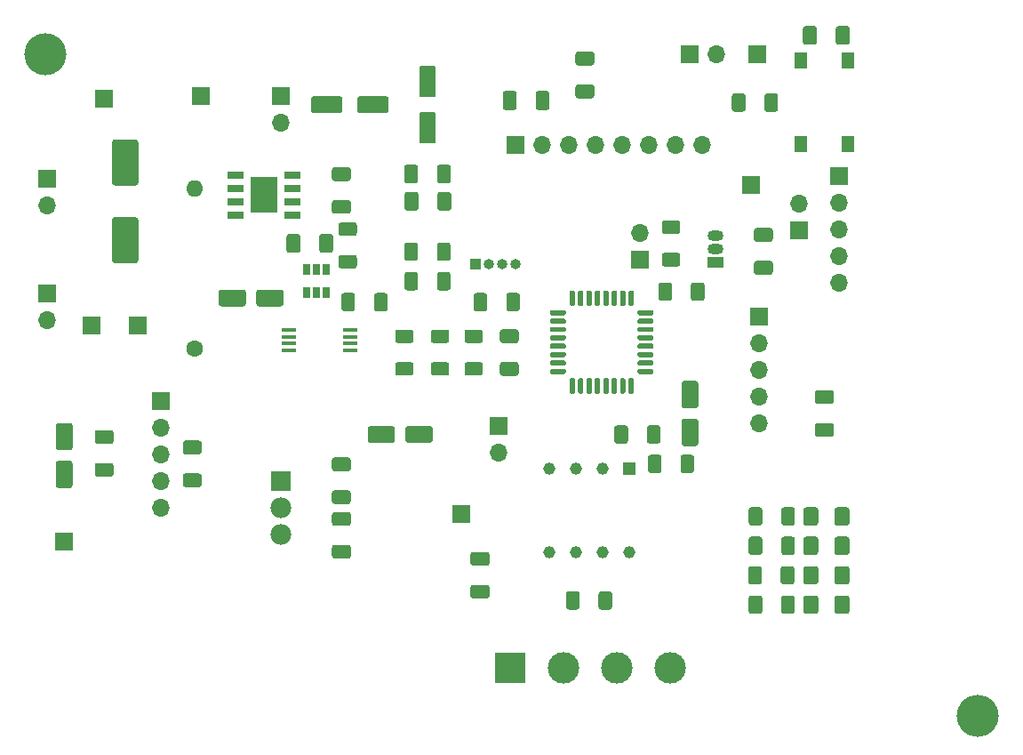
<source format=gts>
%TF.GenerationSoftware,KiCad,Pcbnew,(5.1.12)-1*%
%TF.CreationDate,2022-08-06T16:21:54+02:00*%
%TF.ProjectId,PrototypV1_rx,50726f74-6f74-4797-9056-315f72782e6b,rev?*%
%TF.SameCoordinates,Original*%
%TF.FileFunction,Soldermask,Top*%
%TF.FilePolarity,Negative*%
%FSLAX46Y46*%
G04 Gerber Fmt 4.6, Leading zero omitted, Abs format (unit mm)*
G04 Created by KiCad (PCBNEW (5.1.12)-1) date 2022-08-06 16:21:54*
%MOMM*%
%LPD*%
G01*
G04 APERTURE LIST*
%ADD10C,4.000000*%
%ADD11O,4.000000X4.000000*%
%ADD12R,1.700000X1.700000*%
%ADD13O,1.700000X1.700000*%
%ADD14R,1.300000X1.550000*%
%ADD15R,0.650000X1.060000*%
%ADD16R,1.475000X0.450000*%
%ADD17R,1.500000X1.050000*%
%ADD18O,1.500000X1.050000*%
%ADD19O,1.600000X1.600000*%
%ADD20C,1.600000*%
%ADD21R,2.513000X3.402000*%
%ADD22R,1.525000X0.700000*%
%ADD23C,3.000000*%
%ADD24R,3.000000X3.000000*%
%ADD25O,1.000000X1.000000*%
%ADD26R,1.000000X1.000000*%
%ADD27C,1.980000*%
%ADD28R,1.980000X1.980000*%
%ADD29C,1.160000*%
%ADD30R,1.160000X1.160000*%
G04 APERTURE END LIST*
G36*
G01*
X30949998Y-128900000D02*
X32250002Y-128900000D01*
G75*
G02*
X32500000Y-129149998I0J-249998D01*
G01*
X32500000Y-129975002D01*
G75*
G02*
X32250002Y-130225000I-249998J0D01*
G01*
X30949998Y-130225000D01*
G75*
G02*
X30700000Y-129975002I0J249998D01*
G01*
X30700000Y-129149998D01*
G75*
G02*
X30949998Y-128900000I249998J0D01*
G01*
G37*
G36*
G01*
X30949998Y-125775000D02*
X32250002Y-125775000D01*
G75*
G02*
X32500000Y-126024998I0J-249998D01*
G01*
X32500000Y-126850002D01*
G75*
G02*
X32250002Y-127100000I-249998J0D01*
G01*
X30949998Y-127100000D01*
G75*
G02*
X30700000Y-126850002I0J249998D01*
G01*
X30700000Y-126024998D01*
G75*
G02*
X30949998Y-125775000I249998J0D01*
G01*
G37*
G36*
G01*
X22549998Y-127900000D02*
X23850002Y-127900000D01*
G75*
G02*
X24100000Y-128149998I0J-249998D01*
G01*
X24100000Y-128975002D01*
G75*
G02*
X23850002Y-129225000I-249998J0D01*
G01*
X22549998Y-129225000D01*
G75*
G02*
X22300000Y-128975002I0J249998D01*
G01*
X22300000Y-128149998D01*
G75*
G02*
X22549998Y-127900000I249998J0D01*
G01*
G37*
G36*
G01*
X22549998Y-124775000D02*
X23850002Y-124775000D01*
G75*
G02*
X24100000Y-125024998I0J-249998D01*
G01*
X24100000Y-125850002D01*
G75*
G02*
X23850002Y-126100000I-249998J0D01*
G01*
X22549998Y-126100000D01*
G75*
G02*
X22300000Y-125850002I0J249998D01*
G01*
X22300000Y-125024998D01*
G75*
G02*
X22549998Y-124775000I249998J0D01*
G01*
G37*
D10*
X17600000Y-89000000D03*
D11*
X106400000Y-152000000D03*
D12*
X32400000Y-93000000D03*
X85400000Y-89000000D03*
X57200000Y-132800000D03*
D13*
X60800000Y-126940000D03*
D12*
X60800000Y-124400000D03*
D13*
X89400000Y-103260000D03*
D12*
X89400000Y-105800000D03*
D13*
X81540000Y-89000000D03*
D12*
X79000000Y-89000000D03*
D13*
X40000000Y-95540000D03*
D12*
X40000000Y-93000000D03*
X23200000Y-93200000D03*
X26400000Y-114800000D03*
X22000000Y-114800000D03*
X84800000Y-101400000D03*
X19400000Y-135400000D03*
D14*
X89550000Y-97575000D03*
X94050000Y-97575000D03*
X94050000Y-89625000D03*
X89550000Y-89625000D03*
G36*
G01*
X87700000Y-142025001D02*
X87700000Y-140774999D01*
G75*
G02*
X87949999Y-140525000I249999J0D01*
G01*
X88750001Y-140525000D01*
G75*
G02*
X89000000Y-140774999I0J-249999D01*
G01*
X89000000Y-142025001D01*
G75*
G02*
X88750001Y-142275000I-249999J0D01*
G01*
X87949999Y-142275000D01*
G75*
G02*
X87700000Y-142025001I0J249999D01*
G01*
G37*
G36*
G01*
X84600000Y-142025001D02*
X84600000Y-140774999D01*
G75*
G02*
X84849999Y-140525000I249999J0D01*
G01*
X85650001Y-140525000D01*
G75*
G02*
X85900000Y-140774999I0J-249999D01*
G01*
X85900000Y-142025001D01*
G75*
G02*
X85650001Y-142275000I-249999J0D01*
G01*
X84849999Y-142275000D01*
G75*
G02*
X84600000Y-142025001I0J249999D01*
G01*
G37*
G36*
G01*
X87650000Y-139225001D02*
X87650000Y-137974999D01*
G75*
G02*
X87899999Y-137725000I249999J0D01*
G01*
X88700001Y-137725000D01*
G75*
G02*
X88950000Y-137974999I0J-249999D01*
G01*
X88950000Y-139225001D01*
G75*
G02*
X88700001Y-139475000I-249999J0D01*
G01*
X87899999Y-139475000D01*
G75*
G02*
X87650000Y-139225001I0J249999D01*
G01*
G37*
G36*
G01*
X84550000Y-139225001D02*
X84550000Y-137974999D01*
G75*
G02*
X84799999Y-137725000I249999J0D01*
G01*
X85600001Y-137725000D01*
G75*
G02*
X85850000Y-137974999I0J-249999D01*
G01*
X85850000Y-139225001D01*
G75*
G02*
X85600001Y-139475000I-249999J0D01*
G01*
X84799999Y-139475000D01*
G75*
G02*
X84550000Y-139225001I0J249999D01*
G01*
G37*
G36*
G01*
X87700000Y-136425001D02*
X87700000Y-135174999D01*
G75*
G02*
X87949999Y-134925000I249999J0D01*
G01*
X88750001Y-134925000D01*
G75*
G02*
X89000000Y-135174999I0J-249999D01*
G01*
X89000000Y-136425001D01*
G75*
G02*
X88750001Y-136675000I-249999J0D01*
G01*
X87949999Y-136675000D01*
G75*
G02*
X87700000Y-136425001I0J249999D01*
G01*
G37*
G36*
G01*
X84600000Y-136425001D02*
X84600000Y-135174999D01*
G75*
G02*
X84849999Y-134925000I249999J0D01*
G01*
X85650001Y-134925000D01*
G75*
G02*
X85900000Y-135174999I0J-249999D01*
G01*
X85900000Y-136425001D01*
G75*
G02*
X85650001Y-136675000I-249999J0D01*
G01*
X84849999Y-136675000D01*
G75*
G02*
X84600000Y-136425001I0J249999D01*
G01*
G37*
G36*
G01*
X87700000Y-133625001D02*
X87700000Y-132374999D01*
G75*
G02*
X87949999Y-132125000I249999J0D01*
G01*
X88750001Y-132125000D01*
G75*
G02*
X89000000Y-132374999I0J-249999D01*
G01*
X89000000Y-133625001D01*
G75*
G02*
X88750001Y-133875000I-249999J0D01*
G01*
X87949999Y-133875000D01*
G75*
G02*
X87700000Y-133625001I0J249999D01*
G01*
G37*
G36*
G01*
X84600000Y-133625001D02*
X84600000Y-132374999D01*
G75*
G02*
X84849999Y-132125000I249999J0D01*
G01*
X85650001Y-132125000D01*
G75*
G02*
X85900000Y-132374999I0J-249999D01*
G01*
X85900000Y-133625001D01*
G75*
G02*
X85650001Y-133875000I-249999J0D01*
G01*
X84849999Y-133875000D01*
G75*
G02*
X84600000Y-133625001I0J249999D01*
G01*
G37*
G36*
G01*
X84300000Y-92974999D02*
X84300000Y-94225001D01*
G75*
G02*
X84050001Y-94475000I-249999J0D01*
G01*
X83249999Y-94475000D01*
G75*
G02*
X83000000Y-94225001I0J249999D01*
G01*
X83000000Y-92974999D01*
G75*
G02*
X83249999Y-92725000I249999J0D01*
G01*
X84050001Y-92725000D01*
G75*
G02*
X84300000Y-92974999I0J-249999D01*
G01*
G37*
G36*
G01*
X87400000Y-92974999D02*
X87400000Y-94225001D01*
G75*
G02*
X87150001Y-94475000I-249999J0D01*
G01*
X86349999Y-94475000D01*
G75*
G02*
X86100000Y-94225001I0J249999D01*
G01*
X86100000Y-92974999D01*
G75*
G02*
X86349999Y-92725000I249999J0D01*
G01*
X87150001Y-92725000D01*
G75*
G02*
X87400000Y-92974999I0J-249999D01*
G01*
G37*
G36*
G01*
X91225000Y-140775000D02*
X91225000Y-142025000D01*
G75*
G02*
X90975000Y-142275000I-250000J0D01*
G01*
X90050000Y-142275000D01*
G75*
G02*
X89800000Y-142025000I0J250000D01*
G01*
X89800000Y-140775000D01*
G75*
G02*
X90050000Y-140525000I250000J0D01*
G01*
X90975000Y-140525000D01*
G75*
G02*
X91225000Y-140775000I0J-250000D01*
G01*
G37*
G36*
G01*
X94200000Y-140775000D02*
X94200000Y-142025000D01*
G75*
G02*
X93950000Y-142275000I-250000J0D01*
G01*
X93025000Y-142275000D01*
G75*
G02*
X92775000Y-142025000I0J250000D01*
G01*
X92775000Y-140775000D01*
G75*
G02*
X93025000Y-140525000I250000J0D01*
G01*
X93950000Y-140525000D01*
G75*
G02*
X94200000Y-140775000I0J-250000D01*
G01*
G37*
G36*
G01*
X91225000Y-137975000D02*
X91225000Y-139225000D01*
G75*
G02*
X90975000Y-139475000I-250000J0D01*
G01*
X90050000Y-139475000D01*
G75*
G02*
X89800000Y-139225000I0J250000D01*
G01*
X89800000Y-137975000D01*
G75*
G02*
X90050000Y-137725000I250000J0D01*
G01*
X90975000Y-137725000D01*
G75*
G02*
X91225000Y-137975000I0J-250000D01*
G01*
G37*
G36*
G01*
X94200000Y-137975000D02*
X94200000Y-139225000D01*
G75*
G02*
X93950000Y-139475000I-250000J0D01*
G01*
X93025000Y-139475000D01*
G75*
G02*
X92775000Y-139225000I0J250000D01*
G01*
X92775000Y-137975000D01*
G75*
G02*
X93025000Y-137725000I250000J0D01*
G01*
X93950000Y-137725000D01*
G75*
G02*
X94200000Y-137975000I0J-250000D01*
G01*
G37*
G36*
G01*
X91225000Y-135175000D02*
X91225000Y-136425000D01*
G75*
G02*
X90975000Y-136675000I-250000J0D01*
G01*
X90050000Y-136675000D01*
G75*
G02*
X89800000Y-136425000I0J250000D01*
G01*
X89800000Y-135175000D01*
G75*
G02*
X90050000Y-134925000I250000J0D01*
G01*
X90975000Y-134925000D01*
G75*
G02*
X91225000Y-135175000I0J-250000D01*
G01*
G37*
G36*
G01*
X94200000Y-135175000D02*
X94200000Y-136425000D01*
G75*
G02*
X93950000Y-136675000I-250000J0D01*
G01*
X93025000Y-136675000D01*
G75*
G02*
X92775000Y-136425000I0J250000D01*
G01*
X92775000Y-135175000D01*
G75*
G02*
X93025000Y-134925000I250000J0D01*
G01*
X93950000Y-134925000D01*
G75*
G02*
X94200000Y-135175000I0J-250000D01*
G01*
G37*
G36*
G01*
X91225000Y-132375000D02*
X91225000Y-133625000D01*
G75*
G02*
X90975000Y-133875000I-250000J0D01*
G01*
X90050000Y-133875000D01*
G75*
G02*
X89800000Y-133625000I0J250000D01*
G01*
X89800000Y-132375000D01*
G75*
G02*
X90050000Y-132125000I250000J0D01*
G01*
X90975000Y-132125000D01*
G75*
G02*
X91225000Y-132375000I0J-250000D01*
G01*
G37*
G36*
G01*
X94200000Y-132375000D02*
X94200000Y-133625000D01*
G75*
G02*
X93950000Y-133875000I-250000J0D01*
G01*
X93025000Y-133875000D01*
G75*
G02*
X92775000Y-133625000I0J250000D01*
G01*
X92775000Y-132375000D01*
G75*
G02*
X93025000Y-132125000I250000J0D01*
G01*
X93950000Y-132125000D01*
G75*
G02*
X94200000Y-132375000I0J-250000D01*
G01*
G37*
G36*
G01*
X91100000Y-86549998D02*
X91100000Y-87850002D01*
G75*
G02*
X90850002Y-88100000I-249998J0D01*
G01*
X90024998Y-88100000D01*
G75*
G02*
X89775000Y-87850002I0J249998D01*
G01*
X89775000Y-86549998D01*
G75*
G02*
X90024998Y-86300000I249998J0D01*
G01*
X90850002Y-86300000D01*
G75*
G02*
X91100000Y-86549998I0J-249998D01*
G01*
G37*
G36*
G01*
X94225000Y-86549998D02*
X94225000Y-87850002D01*
G75*
G02*
X93975002Y-88100000I-249998J0D01*
G01*
X93149998Y-88100000D01*
G75*
G02*
X92900000Y-87850002I0J249998D01*
G01*
X92900000Y-86549998D01*
G75*
G02*
X93149998Y-86300000I249998J0D01*
G01*
X93975002Y-86300000D01*
G75*
G02*
X94225000Y-86549998I0J-249998D01*
G01*
G37*
G36*
G01*
X57774999Y-118300000D02*
X59025001Y-118300000D01*
G75*
G02*
X59275000Y-118549999I0J-249999D01*
G01*
X59275000Y-119350001D01*
G75*
G02*
X59025001Y-119600000I-249999J0D01*
G01*
X57774999Y-119600000D01*
G75*
G02*
X57525000Y-119350001I0J249999D01*
G01*
X57525000Y-118549999D01*
G75*
G02*
X57774999Y-118300000I249999J0D01*
G01*
G37*
G36*
G01*
X57774999Y-115200000D02*
X59025001Y-115200000D01*
G75*
G02*
X59275000Y-115449999I0J-249999D01*
G01*
X59275000Y-116250001D01*
G75*
G02*
X59025001Y-116500000I-249999J0D01*
G01*
X57774999Y-116500000D01*
G75*
G02*
X57525000Y-116250001I0J249999D01*
G01*
X57525000Y-115449999D01*
G75*
G02*
X57774999Y-115200000I249999J0D01*
G01*
G37*
G36*
G01*
X51174999Y-118300000D02*
X52425001Y-118300000D01*
G75*
G02*
X52675000Y-118549999I0J-249999D01*
G01*
X52675000Y-119350001D01*
G75*
G02*
X52425001Y-119600000I-249999J0D01*
G01*
X51174999Y-119600000D01*
G75*
G02*
X50925000Y-119350001I0J249999D01*
G01*
X50925000Y-118549999D01*
G75*
G02*
X51174999Y-118300000I249999J0D01*
G01*
G37*
G36*
G01*
X51174999Y-115200000D02*
X52425001Y-115200000D01*
G75*
G02*
X52675000Y-115449999I0J-249999D01*
G01*
X52675000Y-116250001D01*
G75*
G02*
X52425001Y-116500000I-249999J0D01*
G01*
X51174999Y-116500000D01*
G75*
G02*
X50925000Y-116250001I0J249999D01*
G01*
X50925000Y-115449999D01*
G75*
G02*
X51174999Y-115200000I249999J0D01*
G01*
G37*
G36*
G01*
X54574999Y-118300000D02*
X55825001Y-118300000D01*
G75*
G02*
X56075000Y-118549999I0J-249999D01*
G01*
X56075000Y-119350001D01*
G75*
G02*
X55825001Y-119600000I-249999J0D01*
G01*
X54574999Y-119600000D01*
G75*
G02*
X54325000Y-119350001I0J249999D01*
G01*
X54325000Y-118549999D01*
G75*
G02*
X54574999Y-118300000I249999J0D01*
G01*
G37*
G36*
G01*
X54574999Y-115200000D02*
X55825001Y-115200000D01*
G75*
G02*
X56075000Y-115449999I0J-249999D01*
G01*
X56075000Y-116250001D01*
G75*
G02*
X55825001Y-116500000I-249999J0D01*
G01*
X54574999Y-116500000D01*
G75*
G02*
X54325000Y-116250001I0J249999D01*
G01*
X54325000Y-115449999D01*
G75*
G02*
X54574999Y-115200000I249999J0D01*
G01*
G37*
G36*
G01*
X59700000Y-111974999D02*
X59700000Y-113225001D01*
G75*
G02*
X59450001Y-113475000I-249999J0D01*
G01*
X58649999Y-113475000D01*
G75*
G02*
X58400000Y-113225001I0J249999D01*
G01*
X58400000Y-111974999D01*
G75*
G02*
X58649999Y-111725000I249999J0D01*
G01*
X59450001Y-111725000D01*
G75*
G02*
X59700000Y-111974999I0J-249999D01*
G01*
G37*
G36*
G01*
X62800000Y-111974999D02*
X62800000Y-113225001D01*
G75*
G02*
X62550001Y-113475000I-249999J0D01*
G01*
X61749999Y-113475000D01*
G75*
G02*
X61500000Y-113225001I0J249999D01*
G01*
X61500000Y-111974999D01*
G75*
G02*
X61749999Y-111725000I249999J0D01*
G01*
X62550001Y-111725000D01*
G75*
G02*
X62800000Y-111974999I0J-249999D01*
G01*
G37*
D13*
X74200000Y-106000000D03*
D12*
X74200000Y-108540000D03*
G36*
G01*
X18850000Y-127700000D02*
X19950000Y-127700000D01*
G75*
G02*
X20200000Y-127950000I0J-250000D01*
G01*
X20200000Y-130050000D01*
G75*
G02*
X19950000Y-130300000I-250000J0D01*
G01*
X18850000Y-130300000D01*
G75*
G02*
X18600000Y-130050000I0J250000D01*
G01*
X18600000Y-127950000D01*
G75*
G02*
X18850000Y-127700000I250000J0D01*
G01*
G37*
G36*
G01*
X18850000Y-124100000D02*
X19950000Y-124100000D01*
G75*
G02*
X20200000Y-124350000I0J-250000D01*
G01*
X20200000Y-126450000D01*
G75*
G02*
X19950000Y-126700000I-250000J0D01*
G01*
X18850000Y-126700000D01*
G75*
G02*
X18600000Y-126450000I0J250000D01*
G01*
X18600000Y-124350000D01*
G75*
G02*
X18850000Y-124100000I250000J0D01*
G01*
G37*
G36*
G01*
X48900000Y-113225001D02*
X48900000Y-111974999D01*
G75*
G02*
X49149999Y-111725000I249999J0D01*
G01*
X49950001Y-111725000D01*
G75*
G02*
X50200000Y-111974999I0J-249999D01*
G01*
X50200000Y-113225001D01*
G75*
G02*
X49950001Y-113475000I-249999J0D01*
G01*
X49149999Y-113475000D01*
G75*
G02*
X48900000Y-113225001I0J249999D01*
G01*
G37*
G36*
G01*
X45800000Y-113225001D02*
X45800000Y-111974999D01*
G75*
G02*
X46049999Y-111725000I249999J0D01*
G01*
X46850001Y-111725000D01*
G75*
G02*
X47100000Y-111974999I0J-249999D01*
G01*
X47100000Y-113225001D01*
G75*
G02*
X46850001Y-113475000I-249999J0D01*
G01*
X46049999Y-113475000D01*
G75*
G02*
X45800000Y-113225001I0J249999D01*
G01*
G37*
G36*
G01*
X47025001Y-106300000D02*
X45774999Y-106300000D01*
G75*
G02*
X45525000Y-106050001I0J249999D01*
G01*
X45525000Y-105249999D01*
G75*
G02*
X45774999Y-105000000I249999J0D01*
G01*
X47025001Y-105000000D01*
G75*
G02*
X47275000Y-105249999I0J-249999D01*
G01*
X47275000Y-106050001D01*
G75*
G02*
X47025001Y-106300000I-249999J0D01*
G01*
G37*
G36*
G01*
X47025001Y-109400000D02*
X45774999Y-109400000D01*
G75*
G02*
X45525000Y-109150001I0J249999D01*
G01*
X45525000Y-108349999D01*
G75*
G02*
X45774999Y-108100000I249999J0D01*
G01*
X47025001Y-108100000D01*
G75*
G02*
X47275000Y-108349999I0J-249999D01*
G01*
X47275000Y-109150001D01*
G75*
G02*
X47025001Y-109400000I-249999J0D01*
G01*
G37*
D13*
X17800000Y-114340000D03*
D12*
X17800000Y-111800000D03*
D15*
X43400000Y-109500000D03*
X42450000Y-109500000D03*
X44350000Y-109500000D03*
X44350000Y-111700000D03*
X43400000Y-111700000D03*
X42450000Y-111700000D03*
D16*
X46633000Y-115240000D03*
X46633000Y-115890000D03*
X46633000Y-116540000D03*
X46633000Y-117190000D03*
X40757000Y-117190000D03*
X40757000Y-116540000D03*
X40757000Y-115890000D03*
X40757000Y-115240000D03*
G36*
G01*
X37700000Y-112750000D02*
X37700000Y-111650000D01*
G75*
G02*
X37950000Y-111400000I250000J0D01*
G01*
X40050000Y-111400000D01*
G75*
G02*
X40300000Y-111650000I0J-250000D01*
G01*
X40300000Y-112750000D01*
G75*
G02*
X40050000Y-113000000I-250000J0D01*
G01*
X37950000Y-113000000D01*
G75*
G02*
X37700000Y-112750000I0J250000D01*
G01*
G37*
G36*
G01*
X34100000Y-112750000D02*
X34100000Y-111650000D01*
G75*
G02*
X34350000Y-111400000I250000J0D01*
G01*
X36450000Y-111400000D01*
G75*
G02*
X36700000Y-111650000I0J-250000D01*
G01*
X36700000Y-112750000D01*
G75*
G02*
X36450000Y-113000000I-250000J0D01*
G01*
X34350000Y-113000000D01*
G75*
G02*
X34100000Y-112750000I0J250000D01*
G01*
G37*
G36*
G01*
X43700000Y-107650002D02*
X43700000Y-106349998D01*
G75*
G02*
X43949998Y-106100000I249998J0D01*
G01*
X44775002Y-106100000D01*
G75*
G02*
X45025000Y-106349998I0J-249998D01*
G01*
X45025000Y-107650002D01*
G75*
G02*
X44775002Y-107900000I-249998J0D01*
G01*
X43949998Y-107900000D01*
G75*
G02*
X43700000Y-107650002I0J249998D01*
G01*
G37*
G36*
G01*
X40575000Y-107650002D02*
X40575000Y-106349998D01*
G75*
G02*
X40824998Y-106100000I249998J0D01*
G01*
X41650002Y-106100000D01*
G75*
G02*
X41900000Y-106349998I0J-249998D01*
G01*
X41900000Y-107650002D01*
G75*
G02*
X41650002Y-107900000I-249998J0D01*
G01*
X40824998Y-107900000D01*
G75*
G02*
X40575000Y-107650002I0J249998D01*
G01*
G37*
D17*
X81400000Y-108800000D03*
D18*
X81400000Y-106260000D03*
X81400000Y-107530000D03*
G36*
G01*
X77825001Y-106100000D02*
X76574999Y-106100000D01*
G75*
G02*
X76325000Y-105850001I0J249999D01*
G01*
X76325000Y-105049999D01*
G75*
G02*
X76574999Y-104800000I249999J0D01*
G01*
X77825001Y-104800000D01*
G75*
G02*
X78075000Y-105049999I0J-249999D01*
G01*
X78075000Y-105850001D01*
G75*
G02*
X77825001Y-106100000I-249999J0D01*
G01*
G37*
G36*
G01*
X77825001Y-109200000D02*
X76574999Y-109200000D01*
G75*
G02*
X76325000Y-108950001I0J249999D01*
G01*
X76325000Y-108149999D01*
G75*
G02*
X76574999Y-107900000I249999J0D01*
G01*
X77825001Y-107900000D01*
G75*
G02*
X78075000Y-108149999I0J-249999D01*
G01*
X78075000Y-108950001D01*
G75*
G02*
X77825001Y-109200000I-249999J0D01*
G01*
G37*
G36*
G01*
X79100000Y-112225001D02*
X79100000Y-110974999D01*
G75*
G02*
X79349999Y-110725000I249999J0D01*
G01*
X80150001Y-110725000D01*
G75*
G02*
X80400000Y-110974999I0J-249999D01*
G01*
X80400000Y-112225001D01*
G75*
G02*
X80150001Y-112475000I-249999J0D01*
G01*
X79349999Y-112475000D01*
G75*
G02*
X79100000Y-112225001I0J249999D01*
G01*
G37*
G36*
G01*
X76000000Y-112225001D02*
X76000000Y-110974999D01*
G75*
G02*
X76249999Y-110725000I249999J0D01*
G01*
X77050001Y-110725000D01*
G75*
G02*
X77300000Y-110974999I0J-249999D01*
G01*
X77300000Y-112225001D01*
G75*
G02*
X77050001Y-112475000I-249999J0D01*
G01*
X76249999Y-112475000D01*
G75*
G02*
X76000000Y-112225001I0J249999D01*
G01*
G37*
G36*
G01*
X53100000Y-107174999D02*
X53100000Y-108425001D01*
G75*
G02*
X52850001Y-108675000I-249999J0D01*
G01*
X52049999Y-108675000D01*
G75*
G02*
X51800000Y-108425001I0J249999D01*
G01*
X51800000Y-107174999D01*
G75*
G02*
X52049999Y-106925000I249999J0D01*
G01*
X52850001Y-106925000D01*
G75*
G02*
X53100000Y-107174999I0J-249999D01*
G01*
G37*
G36*
G01*
X56200000Y-107174999D02*
X56200000Y-108425001D01*
G75*
G02*
X55950001Y-108675000I-249999J0D01*
G01*
X55149999Y-108675000D01*
G75*
G02*
X54900000Y-108425001I0J249999D01*
G01*
X54900000Y-107174999D01*
G75*
G02*
X55149999Y-106925000I249999J0D01*
G01*
X55950001Y-106925000D01*
G75*
G02*
X56200000Y-107174999I0J-249999D01*
G01*
G37*
G36*
G01*
X53100000Y-109974999D02*
X53100000Y-111225001D01*
G75*
G02*
X52850001Y-111475000I-249999J0D01*
G01*
X52049999Y-111475000D01*
G75*
G02*
X51800000Y-111225001I0J249999D01*
G01*
X51800000Y-109974999D01*
G75*
G02*
X52049999Y-109725000I249999J0D01*
G01*
X52850001Y-109725000D01*
G75*
G02*
X53100000Y-109974999I0J-249999D01*
G01*
G37*
G36*
G01*
X56200000Y-109974999D02*
X56200000Y-111225001D01*
G75*
G02*
X55950001Y-111475000I-249999J0D01*
G01*
X55149999Y-111475000D01*
G75*
G02*
X54900000Y-111225001I0J249999D01*
G01*
X54900000Y-109974999D01*
G75*
G02*
X55149999Y-109725000I249999J0D01*
G01*
X55950001Y-109725000D01*
G75*
G02*
X56200000Y-109974999I0J-249999D01*
G01*
G37*
D19*
X31800000Y-101760000D03*
D20*
X31800000Y-117000000D03*
G36*
G01*
X68500000Y-140374999D02*
X68500000Y-141625001D01*
G75*
G02*
X68250001Y-141875000I-249999J0D01*
G01*
X67449999Y-141875000D01*
G75*
G02*
X67200000Y-141625001I0J249999D01*
G01*
X67200000Y-140374999D01*
G75*
G02*
X67449999Y-140125000I249999J0D01*
G01*
X68250001Y-140125000D01*
G75*
G02*
X68500000Y-140374999I0J-249999D01*
G01*
G37*
G36*
G01*
X71600000Y-140374999D02*
X71600000Y-141625001D01*
G75*
G02*
X71350001Y-141875000I-249999J0D01*
G01*
X70549999Y-141875000D01*
G75*
G02*
X70300000Y-141625001I0J249999D01*
G01*
X70300000Y-140374999D01*
G75*
G02*
X70549999Y-140125000I249999J0D01*
G01*
X71350001Y-140125000D01*
G75*
G02*
X71600000Y-140374999I0J-249999D01*
G01*
G37*
G36*
G01*
X74900000Y-125825001D02*
X74900000Y-124574999D01*
G75*
G02*
X75149999Y-124325000I249999J0D01*
G01*
X75950001Y-124325000D01*
G75*
G02*
X76200000Y-124574999I0J-249999D01*
G01*
X76200000Y-125825001D01*
G75*
G02*
X75950001Y-126075000I-249999J0D01*
G01*
X75149999Y-126075000D01*
G75*
G02*
X74900000Y-125825001I0J249999D01*
G01*
G37*
G36*
G01*
X71800000Y-125825001D02*
X71800000Y-124574999D01*
G75*
G02*
X72049999Y-124325000I249999J0D01*
G01*
X72850001Y-124325000D01*
G75*
G02*
X73100000Y-124574999I0J-249999D01*
G01*
X73100000Y-125825001D01*
G75*
G02*
X72850001Y-126075000I-249999J0D01*
G01*
X72049999Y-126075000D01*
G75*
G02*
X71800000Y-125825001I0J249999D01*
G01*
G37*
G36*
G01*
X78100000Y-128625001D02*
X78100000Y-127374999D01*
G75*
G02*
X78349999Y-127125000I249999J0D01*
G01*
X79150001Y-127125000D01*
G75*
G02*
X79400000Y-127374999I0J-249999D01*
G01*
X79400000Y-128625001D01*
G75*
G02*
X79150001Y-128875000I-249999J0D01*
G01*
X78349999Y-128875000D01*
G75*
G02*
X78100000Y-128625001I0J249999D01*
G01*
G37*
G36*
G01*
X75000000Y-128625001D02*
X75000000Y-127374999D01*
G75*
G02*
X75249999Y-127125000I249999J0D01*
G01*
X76050001Y-127125000D01*
G75*
G02*
X76300000Y-127374999I0J-249999D01*
G01*
X76300000Y-128625001D01*
G75*
G02*
X76050001Y-128875000I-249999J0D01*
G01*
X75249999Y-128875000D01*
G75*
G02*
X75000000Y-128625001I0J249999D01*
G01*
G37*
D13*
X17800000Y-103400000D03*
D12*
X17800000Y-100860000D03*
D21*
X38400000Y-102400000D03*
D22*
X41112000Y-100495000D03*
X41112000Y-101765000D03*
X41112000Y-103035000D03*
X41112000Y-104305000D03*
X35688000Y-104305000D03*
X35688000Y-103035000D03*
X35688000Y-101765000D03*
X35688000Y-100495000D03*
D13*
X85600000Y-124160000D03*
X85600000Y-121620000D03*
X85600000Y-119080000D03*
X85600000Y-116540000D03*
D12*
X85600000Y-114000000D03*
D13*
X28600000Y-132160000D03*
X28600000Y-129620000D03*
X28600000Y-127080000D03*
X28600000Y-124540000D03*
D12*
X28600000Y-122000000D03*
D23*
X77080000Y-147400000D03*
D24*
X61840000Y-147400000D03*
D23*
X72000000Y-147400000D03*
X66920000Y-147400000D03*
D13*
X93200000Y-110760000D03*
X93200000Y-108220000D03*
X93200000Y-105680000D03*
X93200000Y-103140000D03*
D12*
X93200000Y-100600000D03*
D25*
X62410000Y-109000000D03*
X61140000Y-109000000D03*
X59870000Y-109000000D03*
D26*
X58600000Y-109000000D03*
D13*
X80180000Y-97600000D03*
X77640000Y-97600000D03*
X75100000Y-97600000D03*
X72560000Y-97600000D03*
X70020000Y-97600000D03*
X67480000Y-97600000D03*
X64940000Y-97600000D03*
D12*
X62400000Y-97600000D03*
G36*
G01*
X67550000Y-112850000D02*
X67550000Y-111600000D01*
G75*
G02*
X67675000Y-111475000I125000J0D01*
G01*
X67925000Y-111475000D01*
G75*
G02*
X68050000Y-111600000I0J-125000D01*
G01*
X68050000Y-112850000D01*
G75*
G02*
X67925000Y-112975000I-125000J0D01*
G01*
X67675000Y-112975000D01*
G75*
G02*
X67550000Y-112850000I0J125000D01*
G01*
G37*
G36*
G01*
X68350000Y-112850000D02*
X68350000Y-111600000D01*
G75*
G02*
X68475000Y-111475000I125000J0D01*
G01*
X68725000Y-111475000D01*
G75*
G02*
X68850000Y-111600000I0J-125000D01*
G01*
X68850000Y-112850000D01*
G75*
G02*
X68725000Y-112975000I-125000J0D01*
G01*
X68475000Y-112975000D01*
G75*
G02*
X68350000Y-112850000I0J125000D01*
G01*
G37*
G36*
G01*
X69150000Y-112850000D02*
X69150000Y-111600000D01*
G75*
G02*
X69275000Y-111475000I125000J0D01*
G01*
X69525000Y-111475000D01*
G75*
G02*
X69650000Y-111600000I0J-125000D01*
G01*
X69650000Y-112850000D01*
G75*
G02*
X69525000Y-112975000I-125000J0D01*
G01*
X69275000Y-112975000D01*
G75*
G02*
X69150000Y-112850000I0J125000D01*
G01*
G37*
G36*
G01*
X69950000Y-112850000D02*
X69950000Y-111600000D01*
G75*
G02*
X70075000Y-111475000I125000J0D01*
G01*
X70325000Y-111475000D01*
G75*
G02*
X70450000Y-111600000I0J-125000D01*
G01*
X70450000Y-112850000D01*
G75*
G02*
X70325000Y-112975000I-125000J0D01*
G01*
X70075000Y-112975000D01*
G75*
G02*
X69950000Y-112850000I0J125000D01*
G01*
G37*
G36*
G01*
X70750000Y-112850000D02*
X70750000Y-111600000D01*
G75*
G02*
X70875000Y-111475000I125000J0D01*
G01*
X71125000Y-111475000D01*
G75*
G02*
X71250000Y-111600000I0J-125000D01*
G01*
X71250000Y-112850000D01*
G75*
G02*
X71125000Y-112975000I-125000J0D01*
G01*
X70875000Y-112975000D01*
G75*
G02*
X70750000Y-112850000I0J125000D01*
G01*
G37*
G36*
G01*
X71550000Y-112850000D02*
X71550000Y-111600000D01*
G75*
G02*
X71675000Y-111475000I125000J0D01*
G01*
X71925000Y-111475000D01*
G75*
G02*
X72050000Y-111600000I0J-125000D01*
G01*
X72050000Y-112850000D01*
G75*
G02*
X71925000Y-112975000I-125000J0D01*
G01*
X71675000Y-112975000D01*
G75*
G02*
X71550000Y-112850000I0J125000D01*
G01*
G37*
G36*
G01*
X72350000Y-112850000D02*
X72350000Y-111600000D01*
G75*
G02*
X72475000Y-111475000I125000J0D01*
G01*
X72725000Y-111475000D01*
G75*
G02*
X72850000Y-111600000I0J-125000D01*
G01*
X72850000Y-112850000D01*
G75*
G02*
X72725000Y-112975000I-125000J0D01*
G01*
X72475000Y-112975000D01*
G75*
G02*
X72350000Y-112850000I0J125000D01*
G01*
G37*
G36*
G01*
X73150000Y-112850000D02*
X73150000Y-111600000D01*
G75*
G02*
X73275000Y-111475000I125000J0D01*
G01*
X73525000Y-111475000D01*
G75*
G02*
X73650000Y-111600000I0J-125000D01*
G01*
X73650000Y-112850000D01*
G75*
G02*
X73525000Y-112975000I-125000J0D01*
G01*
X73275000Y-112975000D01*
G75*
G02*
X73150000Y-112850000I0J125000D01*
G01*
G37*
G36*
G01*
X74025000Y-113725000D02*
X74025000Y-113475000D01*
G75*
G02*
X74150000Y-113350000I125000J0D01*
G01*
X75400000Y-113350000D01*
G75*
G02*
X75525000Y-113475000I0J-125000D01*
G01*
X75525000Y-113725000D01*
G75*
G02*
X75400000Y-113850000I-125000J0D01*
G01*
X74150000Y-113850000D01*
G75*
G02*
X74025000Y-113725000I0J125000D01*
G01*
G37*
G36*
G01*
X74025000Y-114525000D02*
X74025000Y-114275000D01*
G75*
G02*
X74150000Y-114150000I125000J0D01*
G01*
X75400000Y-114150000D01*
G75*
G02*
X75525000Y-114275000I0J-125000D01*
G01*
X75525000Y-114525000D01*
G75*
G02*
X75400000Y-114650000I-125000J0D01*
G01*
X74150000Y-114650000D01*
G75*
G02*
X74025000Y-114525000I0J125000D01*
G01*
G37*
G36*
G01*
X74025000Y-115325000D02*
X74025000Y-115075000D01*
G75*
G02*
X74150000Y-114950000I125000J0D01*
G01*
X75400000Y-114950000D01*
G75*
G02*
X75525000Y-115075000I0J-125000D01*
G01*
X75525000Y-115325000D01*
G75*
G02*
X75400000Y-115450000I-125000J0D01*
G01*
X74150000Y-115450000D01*
G75*
G02*
X74025000Y-115325000I0J125000D01*
G01*
G37*
G36*
G01*
X74025000Y-116125000D02*
X74025000Y-115875000D01*
G75*
G02*
X74150000Y-115750000I125000J0D01*
G01*
X75400000Y-115750000D01*
G75*
G02*
X75525000Y-115875000I0J-125000D01*
G01*
X75525000Y-116125000D01*
G75*
G02*
X75400000Y-116250000I-125000J0D01*
G01*
X74150000Y-116250000D01*
G75*
G02*
X74025000Y-116125000I0J125000D01*
G01*
G37*
G36*
G01*
X74025000Y-116925000D02*
X74025000Y-116675000D01*
G75*
G02*
X74150000Y-116550000I125000J0D01*
G01*
X75400000Y-116550000D01*
G75*
G02*
X75525000Y-116675000I0J-125000D01*
G01*
X75525000Y-116925000D01*
G75*
G02*
X75400000Y-117050000I-125000J0D01*
G01*
X74150000Y-117050000D01*
G75*
G02*
X74025000Y-116925000I0J125000D01*
G01*
G37*
G36*
G01*
X74025000Y-117725000D02*
X74025000Y-117475000D01*
G75*
G02*
X74150000Y-117350000I125000J0D01*
G01*
X75400000Y-117350000D01*
G75*
G02*
X75525000Y-117475000I0J-125000D01*
G01*
X75525000Y-117725000D01*
G75*
G02*
X75400000Y-117850000I-125000J0D01*
G01*
X74150000Y-117850000D01*
G75*
G02*
X74025000Y-117725000I0J125000D01*
G01*
G37*
G36*
G01*
X74025000Y-118525000D02*
X74025000Y-118275000D01*
G75*
G02*
X74150000Y-118150000I125000J0D01*
G01*
X75400000Y-118150000D01*
G75*
G02*
X75525000Y-118275000I0J-125000D01*
G01*
X75525000Y-118525000D01*
G75*
G02*
X75400000Y-118650000I-125000J0D01*
G01*
X74150000Y-118650000D01*
G75*
G02*
X74025000Y-118525000I0J125000D01*
G01*
G37*
G36*
G01*
X74025000Y-119325000D02*
X74025000Y-119075000D01*
G75*
G02*
X74150000Y-118950000I125000J0D01*
G01*
X75400000Y-118950000D01*
G75*
G02*
X75525000Y-119075000I0J-125000D01*
G01*
X75525000Y-119325000D01*
G75*
G02*
X75400000Y-119450000I-125000J0D01*
G01*
X74150000Y-119450000D01*
G75*
G02*
X74025000Y-119325000I0J125000D01*
G01*
G37*
G36*
G01*
X73150000Y-121200000D02*
X73150000Y-119950000D01*
G75*
G02*
X73275000Y-119825000I125000J0D01*
G01*
X73525000Y-119825000D01*
G75*
G02*
X73650000Y-119950000I0J-125000D01*
G01*
X73650000Y-121200000D01*
G75*
G02*
X73525000Y-121325000I-125000J0D01*
G01*
X73275000Y-121325000D01*
G75*
G02*
X73150000Y-121200000I0J125000D01*
G01*
G37*
G36*
G01*
X72350000Y-121200000D02*
X72350000Y-119950000D01*
G75*
G02*
X72475000Y-119825000I125000J0D01*
G01*
X72725000Y-119825000D01*
G75*
G02*
X72850000Y-119950000I0J-125000D01*
G01*
X72850000Y-121200000D01*
G75*
G02*
X72725000Y-121325000I-125000J0D01*
G01*
X72475000Y-121325000D01*
G75*
G02*
X72350000Y-121200000I0J125000D01*
G01*
G37*
G36*
G01*
X71550000Y-121200000D02*
X71550000Y-119950000D01*
G75*
G02*
X71675000Y-119825000I125000J0D01*
G01*
X71925000Y-119825000D01*
G75*
G02*
X72050000Y-119950000I0J-125000D01*
G01*
X72050000Y-121200000D01*
G75*
G02*
X71925000Y-121325000I-125000J0D01*
G01*
X71675000Y-121325000D01*
G75*
G02*
X71550000Y-121200000I0J125000D01*
G01*
G37*
G36*
G01*
X70750000Y-121200000D02*
X70750000Y-119950000D01*
G75*
G02*
X70875000Y-119825000I125000J0D01*
G01*
X71125000Y-119825000D01*
G75*
G02*
X71250000Y-119950000I0J-125000D01*
G01*
X71250000Y-121200000D01*
G75*
G02*
X71125000Y-121325000I-125000J0D01*
G01*
X70875000Y-121325000D01*
G75*
G02*
X70750000Y-121200000I0J125000D01*
G01*
G37*
G36*
G01*
X69950000Y-121200000D02*
X69950000Y-119950000D01*
G75*
G02*
X70075000Y-119825000I125000J0D01*
G01*
X70325000Y-119825000D01*
G75*
G02*
X70450000Y-119950000I0J-125000D01*
G01*
X70450000Y-121200000D01*
G75*
G02*
X70325000Y-121325000I-125000J0D01*
G01*
X70075000Y-121325000D01*
G75*
G02*
X69950000Y-121200000I0J125000D01*
G01*
G37*
G36*
G01*
X69150000Y-121200000D02*
X69150000Y-119950000D01*
G75*
G02*
X69275000Y-119825000I125000J0D01*
G01*
X69525000Y-119825000D01*
G75*
G02*
X69650000Y-119950000I0J-125000D01*
G01*
X69650000Y-121200000D01*
G75*
G02*
X69525000Y-121325000I-125000J0D01*
G01*
X69275000Y-121325000D01*
G75*
G02*
X69150000Y-121200000I0J125000D01*
G01*
G37*
G36*
G01*
X68350000Y-121200000D02*
X68350000Y-119950000D01*
G75*
G02*
X68475000Y-119825000I125000J0D01*
G01*
X68725000Y-119825000D01*
G75*
G02*
X68850000Y-119950000I0J-125000D01*
G01*
X68850000Y-121200000D01*
G75*
G02*
X68725000Y-121325000I-125000J0D01*
G01*
X68475000Y-121325000D01*
G75*
G02*
X68350000Y-121200000I0J125000D01*
G01*
G37*
G36*
G01*
X67550000Y-121200000D02*
X67550000Y-119950000D01*
G75*
G02*
X67675000Y-119825000I125000J0D01*
G01*
X67925000Y-119825000D01*
G75*
G02*
X68050000Y-119950000I0J-125000D01*
G01*
X68050000Y-121200000D01*
G75*
G02*
X67925000Y-121325000I-125000J0D01*
G01*
X67675000Y-121325000D01*
G75*
G02*
X67550000Y-121200000I0J125000D01*
G01*
G37*
G36*
G01*
X65675000Y-119325000D02*
X65675000Y-119075000D01*
G75*
G02*
X65800000Y-118950000I125000J0D01*
G01*
X67050000Y-118950000D01*
G75*
G02*
X67175000Y-119075000I0J-125000D01*
G01*
X67175000Y-119325000D01*
G75*
G02*
X67050000Y-119450000I-125000J0D01*
G01*
X65800000Y-119450000D01*
G75*
G02*
X65675000Y-119325000I0J125000D01*
G01*
G37*
G36*
G01*
X65675000Y-118525000D02*
X65675000Y-118275000D01*
G75*
G02*
X65800000Y-118150000I125000J0D01*
G01*
X67050000Y-118150000D01*
G75*
G02*
X67175000Y-118275000I0J-125000D01*
G01*
X67175000Y-118525000D01*
G75*
G02*
X67050000Y-118650000I-125000J0D01*
G01*
X65800000Y-118650000D01*
G75*
G02*
X65675000Y-118525000I0J125000D01*
G01*
G37*
G36*
G01*
X65675000Y-117725000D02*
X65675000Y-117475000D01*
G75*
G02*
X65800000Y-117350000I125000J0D01*
G01*
X67050000Y-117350000D01*
G75*
G02*
X67175000Y-117475000I0J-125000D01*
G01*
X67175000Y-117725000D01*
G75*
G02*
X67050000Y-117850000I-125000J0D01*
G01*
X65800000Y-117850000D01*
G75*
G02*
X65675000Y-117725000I0J125000D01*
G01*
G37*
G36*
G01*
X65675000Y-116925000D02*
X65675000Y-116675000D01*
G75*
G02*
X65800000Y-116550000I125000J0D01*
G01*
X67050000Y-116550000D01*
G75*
G02*
X67175000Y-116675000I0J-125000D01*
G01*
X67175000Y-116925000D01*
G75*
G02*
X67050000Y-117050000I-125000J0D01*
G01*
X65800000Y-117050000D01*
G75*
G02*
X65675000Y-116925000I0J125000D01*
G01*
G37*
G36*
G01*
X65675000Y-116125000D02*
X65675000Y-115875000D01*
G75*
G02*
X65800000Y-115750000I125000J0D01*
G01*
X67050000Y-115750000D01*
G75*
G02*
X67175000Y-115875000I0J-125000D01*
G01*
X67175000Y-116125000D01*
G75*
G02*
X67050000Y-116250000I-125000J0D01*
G01*
X65800000Y-116250000D01*
G75*
G02*
X65675000Y-116125000I0J125000D01*
G01*
G37*
G36*
G01*
X65675000Y-115325000D02*
X65675000Y-115075000D01*
G75*
G02*
X65800000Y-114950000I125000J0D01*
G01*
X67050000Y-114950000D01*
G75*
G02*
X67175000Y-115075000I0J-125000D01*
G01*
X67175000Y-115325000D01*
G75*
G02*
X67050000Y-115450000I-125000J0D01*
G01*
X65800000Y-115450000D01*
G75*
G02*
X65675000Y-115325000I0J125000D01*
G01*
G37*
G36*
G01*
X65675000Y-114525000D02*
X65675000Y-114275000D01*
G75*
G02*
X65800000Y-114150000I125000J0D01*
G01*
X67050000Y-114150000D01*
G75*
G02*
X67175000Y-114275000I0J-125000D01*
G01*
X67175000Y-114525000D01*
G75*
G02*
X67050000Y-114650000I-125000J0D01*
G01*
X65800000Y-114650000D01*
G75*
G02*
X65675000Y-114525000I0J125000D01*
G01*
G37*
G36*
G01*
X65675000Y-113725000D02*
X65675000Y-113475000D01*
G75*
G02*
X65800000Y-113350000I125000J0D01*
G01*
X67050000Y-113350000D01*
G75*
G02*
X67175000Y-113475000I0J-125000D01*
G01*
X67175000Y-113725000D01*
G75*
G02*
X67050000Y-113850000I-125000J0D01*
G01*
X65800000Y-113850000D01*
G75*
G02*
X65675000Y-113725000I0J125000D01*
G01*
G37*
D27*
X40000000Y-134700000D03*
X40000000Y-132150000D03*
D28*
X40000000Y-129600000D03*
D29*
X73210000Y-136370000D03*
X70670000Y-136370000D03*
X68130000Y-136370000D03*
X65590000Y-136370000D03*
X65590000Y-128430000D03*
X68130000Y-128430000D03*
X70670000Y-128430000D03*
D30*
X73210000Y-128430000D03*
G36*
G01*
X45149998Y-102862500D02*
X46450002Y-102862500D01*
G75*
G02*
X46700000Y-103112498I0J-249998D01*
G01*
X46700000Y-103937502D01*
G75*
G02*
X46450002Y-104187500I-249998J0D01*
G01*
X45149998Y-104187500D01*
G75*
G02*
X44900000Y-103937502I0J249998D01*
G01*
X44900000Y-103112498D01*
G75*
G02*
X45149998Y-102862500I249998J0D01*
G01*
G37*
G36*
G01*
X45149998Y-99737500D02*
X46450002Y-99737500D01*
G75*
G02*
X46700000Y-99987498I0J-249998D01*
G01*
X46700000Y-100812502D01*
G75*
G02*
X46450002Y-101062500I-249998J0D01*
G01*
X45149998Y-101062500D01*
G75*
G02*
X44900000Y-100812502I0J249998D01*
G01*
X44900000Y-99987498D01*
G75*
G02*
X45149998Y-99737500I249998J0D01*
G01*
G37*
G36*
G01*
X46450002Y-128700000D02*
X45149998Y-128700000D01*
G75*
G02*
X44900000Y-128450002I0J249998D01*
G01*
X44900000Y-127624998D01*
G75*
G02*
X45149998Y-127375000I249998J0D01*
G01*
X46450002Y-127375000D01*
G75*
G02*
X46700000Y-127624998I0J-249998D01*
G01*
X46700000Y-128450002D01*
G75*
G02*
X46450002Y-128700000I-249998J0D01*
G01*
G37*
G36*
G01*
X46450002Y-131825000D02*
X45149998Y-131825000D01*
G75*
G02*
X44900000Y-131575002I0J249998D01*
G01*
X44900000Y-130749998D01*
G75*
G02*
X45149998Y-130500000I249998J0D01*
G01*
X46450002Y-130500000D01*
G75*
G02*
X46700000Y-130749998I0J-249998D01*
G01*
X46700000Y-131575002D01*
G75*
G02*
X46450002Y-131825000I-249998J0D01*
G01*
G37*
G36*
G01*
X46450002Y-133900000D02*
X45149998Y-133900000D01*
G75*
G02*
X44900000Y-133650002I0J249998D01*
G01*
X44900000Y-132824998D01*
G75*
G02*
X45149998Y-132575000I249998J0D01*
G01*
X46450002Y-132575000D01*
G75*
G02*
X46700000Y-132824998I0J-249998D01*
G01*
X46700000Y-133650002D01*
G75*
G02*
X46450002Y-133900000I-249998J0D01*
G01*
G37*
G36*
G01*
X46450002Y-137025000D02*
X45149998Y-137025000D01*
G75*
G02*
X44900000Y-136775002I0J249998D01*
G01*
X44900000Y-135949998D01*
G75*
G02*
X45149998Y-135700000I249998J0D01*
G01*
X46450002Y-135700000D01*
G75*
G02*
X46700000Y-135949998I0J-249998D01*
G01*
X46700000Y-136775002D01*
G75*
G02*
X46450002Y-137025000I-249998J0D01*
G01*
G37*
G36*
G01*
X79550000Y-122700000D02*
X78450000Y-122700000D01*
G75*
G02*
X78200000Y-122450000I0J250000D01*
G01*
X78200000Y-120350000D01*
G75*
G02*
X78450000Y-120100000I250000J0D01*
G01*
X79550000Y-120100000D01*
G75*
G02*
X79800000Y-120350000I0J-250000D01*
G01*
X79800000Y-122450000D01*
G75*
G02*
X79550000Y-122700000I-250000J0D01*
G01*
G37*
G36*
G01*
X79550000Y-126300000D02*
X78450000Y-126300000D01*
G75*
G02*
X78200000Y-126050000I0J250000D01*
G01*
X78200000Y-123950000D01*
G75*
G02*
X78450000Y-123700000I250000J0D01*
G01*
X79550000Y-123700000D01*
G75*
G02*
X79800000Y-123950000I0J-250000D01*
G01*
X79800000Y-126050000D01*
G75*
G02*
X79550000Y-126300000I-250000J0D01*
G01*
G37*
G36*
G01*
X54550000Y-93100000D02*
X53450000Y-93100000D01*
G75*
G02*
X53200000Y-92850000I0J250000D01*
G01*
X53200000Y-90350000D01*
G75*
G02*
X53450000Y-90100000I250000J0D01*
G01*
X54550000Y-90100000D01*
G75*
G02*
X54800000Y-90350000I0J-250000D01*
G01*
X54800000Y-92850000D01*
G75*
G02*
X54550000Y-93100000I-250000J0D01*
G01*
G37*
G36*
G01*
X54550000Y-97500000D02*
X53450000Y-97500000D01*
G75*
G02*
X53200000Y-97250000I0J250000D01*
G01*
X53200000Y-94750000D01*
G75*
G02*
X53450000Y-94500000I250000J0D01*
G01*
X54550000Y-94500000D01*
G75*
G02*
X54800000Y-94750000I0J-250000D01*
G01*
X54800000Y-97250000D01*
G75*
G02*
X54550000Y-97500000I-250000J0D01*
G01*
G37*
G36*
G01*
X64300000Y-94050002D02*
X64300000Y-92749998D01*
G75*
G02*
X64549998Y-92500000I249998J0D01*
G01*
X65375002Y-92500000D01*
G75*
G02*
X65625000Y-92749998I0J-249998D01*
G01*
X65625000Y-94050002D01*
G75*
G02*
X65375002Y-94300000I-249998J0D01*
G01*
X64549998Y-94300000D01*
G75*
G02*
X64300000Y-94050002I0J249998D01*
G01*
G37*
G36*
G01*
X61175000Y-94050002D02*
X61175000Y-92749998D01*
G75*
G02*
X61424998Y-92500000I249998J0D01*
G01*
X62250002Y-92500000D01*
G75*
G02*
X62500000Y-92749998I0J-249998D01*
G01*
X62500000Y-94050002D01*
G75*
G02*
X62250002Y-94300000I-249998J0D01*
G01*
X61424998Y-94300000D01*
G75*
G02*
X61175000Y-94050002I0J249998D01*
G01*
G37*
G36*
G01*
X92450002Y-122300000D02*
X91149998Y-122300000D01*
G75*
G02*
X90900000Y-122050002I0J249998D01*
G01*
X90900000Y-121224998D01*
G75*
G02*
X91149998Y-120975000I249998J0D01*
G01*
X92450002Y-120975000D01*
G75*
G02*
X92700000Y-121224998I0J-249998D01*
G01*
X92700000Y-122050002D01*
G75*
G02*
X92450002Y-122300000I-249998J0D01*
G01*
G37*
G36*
G01*
X92450002Y-125425000D02*
X91149998Y-125425000D01*
G75*
G02*
X90900000Y-125175002I0J249998D01*
G01*
X90900000Y-124349998D01*
G75*
G02*
X91149998Y-124100000I249998J0D01*
G01*
X92450002Y-124100000D01*
G75*
G02*
X92700000Y-124349998I0J-249998D01*
G01*
X92700000Y-125175002D01*
G75*
G02*
X92450002Y-125425000I-249998J0D01*
G01*
G37*
G36*
G01*
X58349998Y-139500000D02*
X59650002Y-139500000D01*
G75*
G02*
X59900000Y-139749998I0J-249998D01*
G01*
X59900000Y-140575002D01*
G75*
G02*
X59650002Y-140825000I-249998J0D01*
G01*
X58349998Y-140825000D01*
G75*
G02*
X58100000Y-140575002I0J249998D01*
G01*
X58100000Y-139749998D01*
G75*
G02*
X58349998Y-139500000I249998J0D01*
G01*
G37*
G36*
G01*
X58349998Y-136375000D02*
X59650002Y-136375000D01*
G75*
G02*
X59900000Y-136624998I0J-249998D01*
G01*
X59900000Y-137450002D01*
G75*
G02*
X59650002Y-137700000I-249998J0D01*
G01*
X58349998Y-137700000D01*
G75*
G02*
X58100000Y-137450002I0J249998D01*
G01*
X58100000Y-136624998D01*
G75*
G02*
X58349998Y-136375000I249998J0D01*
G01*
G37*
G36*
G01*
X51900000Y-125750000D02*
X51900000Y-124650000D01*
G75*
G02*
X52150000Y-124400000I250000J0D01*
G01*
X54250000Y-124400000D01*
G75*
G02*
X54500000Y-124650000I0J-250000D01*
G01*
X54500000Y-125750000D01*
G75*
G02*
X54250000Y-126000000I-250000J0D01*
G01*
X52150000Y-126000000D01*
G75*
G02*
X51900000Y-125750000I0J250000D01*
G01*
G37*
G36*
G01*
X48300000Y-125750000D02*
X48300000Y-124650000D01*
G75*
G02*
X48550000Y-124400000I250000J0D01*
G01*
X50650000Y-124400000D01*
G75*
G02*
X50900000Y-124650000I0J-250000D01*
G01*
X50900000Y-125750000D01*
G75*
G02*
X50650000Y-126000000I-250000J0D01*
G01*
X48550000Y-126000000D01*
G75*
G02*
X48300000Y-125750000I0J250000D01*
G01*
G37*
G36*
G01*
X47300000Y-94350000D02*
X47300000Y-93250000D01*
G75*
G02*
X47550000Y-93000000I250000J0D01*
G01*
X50050000Y-93000000D01*
G75*
G02*
X50300000Y-93250000I0J-250000D01*
G01*
X50300000Y-94350000D01*
G75*
G02*
X50050000Y-94600000I-250000J0D01*
G01*
X47550000Y-94600000D01*
G75*
G02*
X47300000Y-94350000I0J250000D01*
G01*
G37*
G36*
G01*
X42900000Y-94350000D02*
X42900000Y-93250000D01*
G75*
G02*
X43150000Y-93000000I250000J0D01*
G01*
X45650000Y-93000000D01*
G75*
G02*
X45900000Y-93250000I0J-250000D01*
G01*
X45900000Y-94350000D01*
G75*
G02*
X45650000Y-94600000I-250000J0D01*
G01*
X43150000Y-94600000D01*
G75*
G02*
X42900000Y-94350000I0J250000D01*
G01*
G37*
G36*
G01*
X85349998Y-108662500D02*
X86650002Y-108662500D01*
G75*
G02*
X86900000Y-108912498I0J-249998D01*
G01*
X86900000Y-109737502D01*
G75*
G02*
X86650002Y-109987500I-249998J0D01*
G01*
X85349998Y-109987500D01*
G75*
G02*
X85100000Y-109737502I0J249998D01*
G01*
X85100000Y-108912498D01*
G75*
G02*
X85349998Y-108662500I249998J0D01*
G01*
G37*
G36*
G01*
X85349998Y-105537500D02*
X86650002Y-105537500D01*
G75*
G02*
X86900000Y-105787498I0J-249998D01*
G01*
X86900000Y-106612502D01*
G75*
G02*
X86650002Y-106862500I-249998J0D01*
G01*
X85349998Y-106862500D01*
G75*
G02*
X85100000Y-106612502I0J249998D01*
G01*
X85100000Y-105787498D01*
G75*
G02*
X85349998Y-105537500I249998J0D01*
G01*
G37*
G36*
G01*
X61149998Y-118300000D02*
X62450002Y-118300000D01*
G75*
G02*
X62700000Y-118549998I0J-249998D01*
G01*
X62700000Y-119375002D01*
G75*
G02*
X62450002Y-119625000I-249998J0D01*
G01*
X61149998Y-119625000D01*
G75*
G02*
X60900000Y-119375002I0J249998D01*
G01*
X60900000Y-118549998D01*
G75*
G02*
X61149998Y-118300000I249998J0D01*
G01*
G37*
G36*
G01*
X61149998Y-115175000D02*
X62450002Y-115175000D01*
G75*
G02*
X62700000Y-115424998I0J-249998D01*
G01*
X62700000Y-116250002D01*
G75*
G02*
X62450002Y-116500000I-249998J0D01*
G01*
X61149998Y-116500000D01*
G75*
G02*
X60900000Y-116250002I0J249998D01*
G01*
X60900000Y-115424998D01*
G75*
G02*
X61149998Y-115175000I249998J0D01*
G01*
G37*
G36*
G01*
X54900000Y-101050002D02*
X54900000Y-99749998D01*
G75*
G02*
X55149998Y-99500000I249998J0D01*
G01*
X55975002Y-99500000D01*
G75*
G02*
X56225000Y-99749998I0J-249998D01*
G01*
X56225000Y-101050002D01*
G75*
G02*
X55975002Y-101300000I-249998J0D01*
G01*
X55149998Y-101300000D01*
G75*
G02*
X54900000Y-101050002I0J249998D01*
G01*
G37*
G36*
G01*
X51775000Y-101050002D02*
X51775000Y-99749998D01*
G75*
G02*
X52024998Y-99500000I249998J0D01*
G01*
X52850002Y-99500000D01*
G75*
G02*
X53100000Y-99749998I0J-249998D01*
G01*
X53100000Y-101050002D01*
G75*
G02*
X52850002Y-101300000I-249998J0D01*
G01*
X52024998Y-101300000D01*
G75*
G02*
X51775000Y-101050002I0J249998D01*
G01*
G37*
G36*
G01*
X68349998Y-91862500D02*
X69650002Y-91862500D01*
G75*
G02*
X69900000Y-92112498I0J-249998D01*
G01*
X69900000Y-92937502D01*
G75*
G02*
X69650002Y-93187500I-249998J0D01*
G01*
X68349998Y-93187500D01*
G75*
G02*
X68100000Y-92937502I0J249998D01*
G01*
X68100000Y-92112498D01*
G75*
G02*
X68349998Y-91862500I249998J0D01*
G01*
G37*
G36*
G01*
X68349998Y-88737500D02*
X69650002Y-88737500D01*
G75*
G02*
X69900000Y-88987498I0J-249998D01*
G01*
X69900000Y-89812502D01*
G75*
G02*
X69650002Y-90062500I-249998J0D01*
G01*
X68349998Y-90062500D01*
G75*
G02*
X68100000Y-89812502I0J249998D01*
G01*
X68100000Y-88987498D01*
G75*
G02*
X68349998Y-88737500I249998J0D01*
G01*
G37*
G36*
G01*
X26200000Y-101500000D02*
X24200000Y-101500000D01*
G75*
G02*
X23950000Y-101250000I0J250000D01*
G01*
X23950000Y-97350000D01*
G75*
G02*
X24200000Y-97100000I250000J0D01*
G01*
X26200000Y-97100000D01*
G75*
G02*
X26450000Y-97350000I0J-250000D01*
G01*
X26450000Y-101250000D01*
G75*
G02*
X26200000Y-101500000I-250000J0D01*
G01*
G37*
G36*
G01*
X26200000Y-108900000D02*
X24200000Y-108900000D01*
G75*
G02*
X23950000Y-108650000I0J250000D01*
G01*
X23950000Y-104750000D01*
G75*
G02*
X24200000Y-104500000I250000J0D01*
G01*
X26200000Y-104500000D01*
G75*
G02*
X26450000Y-104750000I0J-250000D01*
G01*
X26450000Y-108650000D01*
G75*
G02*
X26200000Y-108900000I-250000J0D01*
G01*
G37*
G36*
G01*
X54937500Y-103650002D02*
X54937500Y-102349998D01*
G75*
G02*
X55187498Y-102100000I249998J0D01*
G01*
X56012502Y-102100000D01*
G75*
G02*
X56262500Y-102349998I0J-249998D01*
G01*
X56262500Y-103650002D01*
G75*
G02*
X56012502Y-103900000I-249998J0D01*
G01*
X55187498Y-103900000D01*
G75*
G02*
X54937500Y-103650002I0J249998D01*
G01*
G37*
G36*
G01*
X51812500Y-103650002D02*
X51812500Y-102349998D01*
G75*
G02*
X52062498Y-102100000I249998J0D01*
G01*
X52887502Y-102100000D01*
G75*
G02*
X53137500Y-102349998I0J-249998D01*
G01*
X53137500Y-103650002D01*
G75*
G02*
X52887502Y-103900000I-249998J0D01*
G01*
X52062498Y-103900000D01*
G75*
G02*
X51812500Y-103650002I0J249998D01*
G01*
G37*
M02*

</source>
